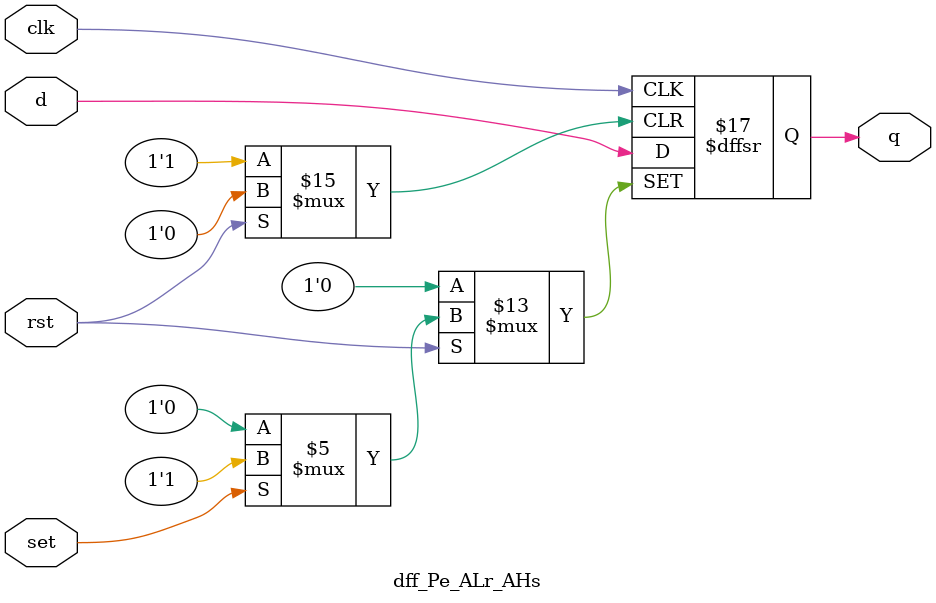
<source format=v>
/***********************************************
    D - Flip-Flop  (positive edge triggred)
    Asynchronous Reset (active low)
    Asynchronous Set (active high)
***********************************************/

module dff_Pe_ALr_AHs(q,d,clk,rst,set);

input d,clk,rst,set;
output reg q;

always@(posedge clk , negedge rst , posedge set)
begin
    if(!rst)
        q<=1'b0;
    else if(set)
        q<=1'b1;
    else
        q<=d; 
end


endmodule

</source>
